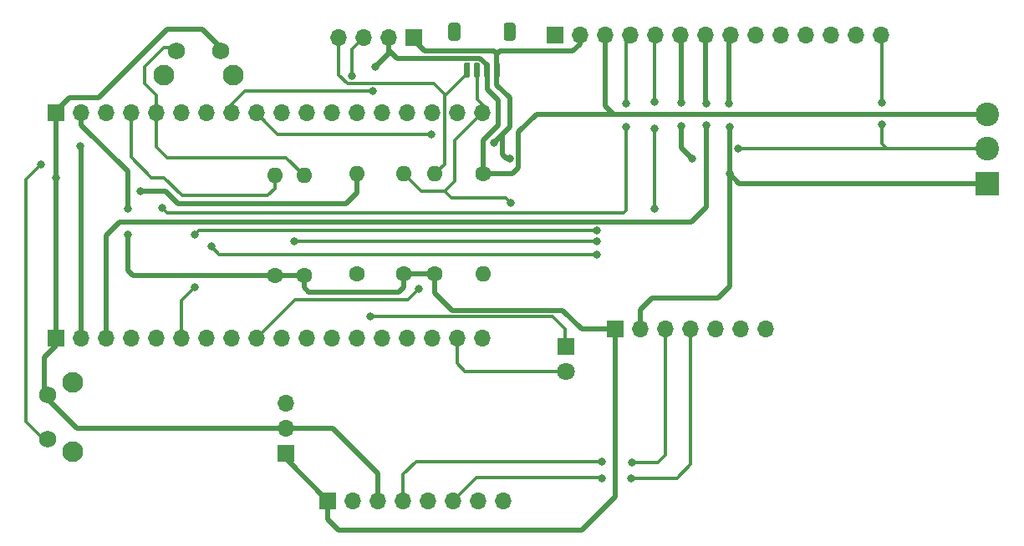
<source format=gbr>
%TF.GenerationSoftware,KiCad,Pcbnew,5.1.6-c6e7f7d~87~ubuntu18.04.1*%
%TF.CreationDate,2021-01-08T11:56:29-05:00*%
%TF.ProjectId,remote,72656d6f-7465-42e6-9b69-6361645f7063,rev?*%
%TF.SameCoordinates,Original*%
%TF.FileFunction,Copper,L1,Top*%
%TF.FilePolarity,Positive*%
%FSLAX46Y46*%
G04 Gerber Fmt 4.6, Leading zero omitted, Abs format (unit mm)*
G04 Created by KiCad (PCBNEW 5.1.6-c6e7f7d~87~ubuntu18.04.1) date 2021-01-08 11:56:29*
%MOMM*%
%LPD*%
G01*
G04 APERTURE LIST*
%TA.AperFunction,ComponentPad*%
%ADD10C,2.400000*%
%TD*%
%TA.AperFunction,ComponentPad*%
%ADD11R,2.400000X2.400000*%
%TD*%
%TA.AperFunction,ComponentPad*%
%ADD12O,1.600000X1.600000*%
%TD*%
%TA.AperFunction,ComponentPad*%
%ADD13C,1.600000*%
%TD*%
%TA.AperFunction,ComponentPad*%
%ADD14R,1.700000X1.700000*%
%TD*%
%TA.AperFunction,ComponentPad*%
%ADD15O,1.700000X1.700000*%
%TD*%
%TA.AperFunction,ComponentPad*%
%ADD16C,2.100000*%
%TD*%
%TA.AperFunction,ComponentPad*%
%ADD17C,1.750000*%
%TD*%
%TA.AperFunction,ComponentPad*%
%ADD18C,1.800000*%
%TD*%
%TA.AperFunction,ComponentPad*%
%ADD19R,1.800000X1.800000*%
%TD*%
%TA.AperFunction,ViaPad*%
%ADD20C,0.800000*%
%TD*%
%TA.AperFunction,Conductor*%
%ADD21C,0.508000*%
%TD*%
%TA.AperFunction,Conductor*%
%ADD22C,0.304800*%
%TD*%
G04 APERTURE END LIST*
D10*
%TO.P,J6,3*%
%TO.N,+3V3*%
X188200000Y-70600000D03*
%TO.P,J6,2*%
%TO.N,23*%
X188200000Y-74100000D03*
D11*
%TO.P,J6,1*%
%TO.N,GND*%
X188200000Y-77600000D03*
%TD*%
D12*
%TO.P,R1,2*%
%TO.N,23*%
X137100000Y-86760000D03*
D13*
%TO.P,R1,1*%
%TO.N,+3V3*%
X137100000Y-76600000D03*
%TD*%
D14*
%TO.P,J8,1*%
%TO.N,GND*%
X130100000Y-62800000D03*
D15*
%TO.P,J8,2*%
%TO.N,+3V3*%
X127560000Y-62800000D03*
%TO.P,J8,3*%
%TO.N,SDA*%
X125020000Y-62800000D03*
%TO.P,J8,4*%
%TO.N,SCL*%
X122480000Y-62800000D03*
%TD*%
D14*
%TO.P,J3,1*%
%TO.N,5V*%
X144400000Y-62600000D03*
D15*
%TO.P,J3,2*%
%TO.N,GND*%
X146940000Y-62600000D03*
%TO.P,J3,3*%
%TO.N,+3V3*%
X149480000Y-62600000D03*
%TO.P,J3,4*%
%TO.N,RX*%
X152020000Y-62600000D03*
%TO.P,J3,5*%
%TO.N,TX*%
X154560000Y-62600000D03*
%TO.P,J3,6*%
%TO.N,GND*%
X157100000Y-62600000D03*
%TO.P,J3,7*%
%TO.N,VEXT*%
X159640000Y-62600000D03*
%TO.P,J3,8*%
%TO.N,GND*%
X162180000Y-62600000D03*
%TO.P,J3,9*%
%TO.N,34_ADC6_DIO2*%
X164720000Y-62600000D03*
%TO.P,J3,10*%
%TO.N,35_ADC7_DIO1*%
X167260000Y-62600000D03*
%TO.P,J3,11*%
%TO.N,38_A2*%
X169800000Y-62600000D03*
%TO.P,J3,12*%
%TO.N,39_A3*%
X172340000Y-62600000D03*
%TO.P,J3,13*%
%TO.N,17*%
X174880000Y-62600000D03*
%TO.P,J3,14*%
%TO.N,23*%
X177420000Y-62600000D03*
%TD*%
D14*
%TO.P,J2,1*%
%TO.N,GND*%
X93828000Y-70452000D03*
D15*
%TO.P,J2,2*%
%TO.N,+3V3*%
X96368000Y-70452000D03*
%TO.P,J2,3*%
%TO.N,N/C*%
X98908000Y-70452000D03*
%TO.P,J2,4*%
%TO.N,36_A0*%
X101448000Y-70452000D03*
%TO.P,J2,5*%
%TO.N,37_A1*%
X103988000Y-70452000D03*
%TO.P,J2,6*%
%TO.N,38_A2*%
X106528000Y-70452000D03*
%TO.P,J2,7*%
%TO.N,39_A3*%
X109068000Y-70452000D03*
%TO.P,J2,8*%
%TO.N,34_ADC6_DIO2*%
X111608000Y-70452000D03*
%TO.P,J2,9*%
%TO.N,35_ADC7_DIO1*%
X114148000Y-70452000D03*
%TO.P,J2,10*%
%TO.N,N/C*%
X116688000Y-70452000D03*
%TO.P,J2,11*%
X119228000Y-70452000D03*
%TO.P,J2,12*%
X121768000Y-70452000D03*
%TO.P,J2,13*%
X124308000Y-70452000D03*
%TO.P,J2,14*%
X126848000Y-70452000D03*
%TO.P,J2,15*%
X129388000Y-70452000D03*
%TO.P,J2,16*%
X131928000Y-70452000D03*
%TO.P,J2,17*%
X134468000Y-70452000D03*
%TO.P,J2,18*%
%TO.N,SDA*%
X137008000Y-70452000D03*
%TD*%
D16*
%TO.P,SW0,*%
%TO.N,*%
X95515000Y-97815000D03*
D17*
%TO.P,SW0,2*%
%TO.N,GND*%
X93025000Y-99075000D03*
%TO.P,SW0,1*%
%TO.N,36_A0*%
X93025000Y-103575000D03*
D16*
%TO.P,SW0,*%
%TO.N,*%
X95515000Y-104825000D03*
%TD*%
%TO.P,SW1,*%
%TO.N,*%
X104775000Y-66615000D03*
D17*
%TO.P,SW1,1*%
%TO.N,37_A1*%
X106025000Y-64125000D03*
%TO.P,SW1,2*%
%TO.N,GND*%
X110525000Y-64125000D03*
D16*
%TO.P,SW1,*%
%TO.N,*%
X111785000Y-66615000D03*
%TD*%
%TO.P,J5,1*%
%TO.N,GND*%
%TA.AperFunction,SMDPad,CuDef*%
G36*
G01*
X138800000Y-65475000D02*
X138800000Y-66725000D01*
G75*
G02*
X138650000Y-66875000I-150000J0D01*
G01*
X138350000Y-66875000D01*
G75*
G02*
X138200000Y-66725000I0J150000D01*
G01*
X138200000Y-65475000D01*
G75*
G02*
X138350000Y-65325000I150000J0D01*
G01*
X138650000Y-65325000D01*
G75*
G02*
X138800000Y-65475000I0J-150000D01*
G01*
G37*
%TD.AperFunction*%
%TO.P,J5,2*%
%TO.N,+3V3*%
%TA.AperFunction,SMDPad,CuDef*%
G36*
G01*
X137800000Y-65475000D02*
X137800000Y-66725000D01*
G75*
G02*
X137650000Y-66875000I-150000J0D01*
G01*
X137350000Y-66875000D01*
G75*
G02*
X137200000Y-66725000I0J150000D01*
G01*
X137200000Y-65475000D01*
G75*
G02*
X137350000Y-65325000I150000J0D01*
G01*
X137650000Y-65325000D01*
G75*
G02*
X137800000Y-65475000I0J-150000D01*
G01*
G37*
%TD.AperFunction*%
%TO.P,J5,3*%
%TO.N,SDA*%
%TA.AperFunction,SMDPad,CuDef*%
G36*
G01*
X136800000Y-65475000D02*
X136800000Y-66725000D01*
G75*
G02*
X136650000Y-66875000I-150000J0D01*
G01*
X136350000Y-66875000D01*
G75*
G02*
X136200000Y-66725000I0J150000D01*
G01*
X136200000Y-65475000D01*
G75*
G02*
X136350000Y-65325000I150000J0D01*
G01*
X136650000Y-65325000D01*
G75*
G02*
X136800000Y-65475000I0J-150000D01*
G01*
G37*
%TD.AperFunction*%
%TO.P,J5,4*%
%TO.N,SCL*%
%TA.AperFunction,SMDPad,CuDef*%
G36*
G01*
X135800000Y-65475000D02*
X135800000Y-66725000D01*
G75*
G02*
X135650000Y-66875000I-150000J0D01*
G01*
X135350000Y-66875000D01*
G75*
G02*
X135200000Y-66725000I0J150000D01*
G01*
X135200000Y-65475000D01*
G75*
G02*
X135350000Y-65325000I150000J0D01*
G01*
X135650000Y-65325000D01*
G75*
G02*
X135800000Y-65475000I0J-150000D01*
G01*
G37*
%TD.AperFunction*%
%TO.P,J5,MP*%
%TO.N,N/C*%
%TA.AperFunction,SMDPad,CuDef*%
G36*
G01*
X140400000Y-61574999D02*
X140400000Y-62875001D01*
G75*
G02*
X140150001Y-63125000I-249999J0D01*
G01*
X139449999Y-63125000D01*
G75*
G02*
X139200000Y-62875001I0J249999D01*
G01*
X139200000Y-61574999D01*
G75*
G02*
X139449999Y-61325000I249999J0D01*
G01*
X140150001Y-61325000D01*
G75*
G02*
X140400000Y-61574999I0J-249999D01*
G01*
G37*
%TD.AperFunction*%
%TA.AperFunction,SMDPad,CuDef*%
G36*
G01*
X134800000Y-61574999D02*
X134800000Y-62875001D01*
G75*
G02*
X134550001Y-63125000I-249999J0D01*
G01*
X133849999Y-63125000D01*
G75*
G02*
X133600000Y-62875001I0J249999D01*
G01*
X133600000Y-61574999D01*
G75*
G02*
X133849999Y-61325000I249999J0D01*
G01*
X134550001Y-61325000D01*
G75*
G02*
X134800000Y-61574999I0J-249999D01*
G01*
G37*
%TD.AperFunction*%
%TD*%
D12*
%TO.P,R4,2*%
%TO.N,GND*%
X124300000Y-76640000D03*
D13*
%TO.P,R4,1*%
%TO.N,Net-(D1-Pad1)*%
X124300000Y-86800000D03*
%TD*%
D18*
%TO.P,D1,2*%
%TO.N,17*%
X145500000Y-96640000D03*
D19*
%TO.P,D1,1*%
%TO.N,Net-(D1-Pad1)*%
X145500000Y-94100000D03*
%TD*%
D15*
%TO.P,J4,3*%
%TO.N,38_A2*%
X117102000Y-99870000D03*
%TO.P,J4,2*%
%TO.N,GND*%
X117102000Y-102410000D03*
D14*
%TO.P,J4,1*%
%TO.N,+3V3*%
X117102000Y-104950000D03*
%TD*%
%TO.P,J1,1*%
%TO.N,GND*%
X93828000Y-93312000D03*
D15*
%TO.P,J1,2*%
%TO.N,5V*%
X96368000Y-93312000D03*
%TO.P,J1,3*%
%TO.N,VEXT*%
X98908000Y-93312000D03*
%TO.P,J1,4*%
%TO.N,N/C*%
X101448000Y-93312000D03*
%TO.P,J1,5*%
%TO.N,RX*%
X103988000Y-93312000D03*
%TO.P,J1,6*%
%TO.N,TX*%
X106528000Y-93312000D03*
%TO.P,J1,7*%
%TO.N,N/C*%
X109068000Y-93312000D03*
%TO.P,J1,8*%
X111608000Y-93312000D03*
%TO.P,J1,9*%
%TO.N,SCL*%
X114148000Y-93312000D03*
%TO.P,J1,10*%
%TO.N,N/C*%
X116688000Y-93312000D03*
%TO.P,J1,11*%
%TO.N,23*%
X119228000Y-93312000D03*
%TO.P,J1,12*%
%TO.N,N/C*%
X121768000Y-93312000D03*
%TO.P,J1,13*%
X124308000Y-93312000D03*
%TO.P,J1,14*%
X126848000Y-93312000D03*
%TO.P,J1,15*%
X129388000Y-93312000D03*
%TO.P,J1,16*%
X131928000Y-93312000D03*
%TO.P,J1,17*%
%TO.N,17*%
X134468000Y-93312000D03*
%TO.P,J1,18*%
%TO.N,N/C*%
X137008000Y-93312000D03*
%TD*%
D13*
%TO.P,R5,1*%
%TO.N,+3V3*%
X118956000Y-86944000D03*
D12*
%TO.P,R5,2*%
%TO.N,37_A1*%
X118956000Y-76784000D03*
%TD*%
D13*
%TO.P,R6,1*%
%TO.N,+3V3*%
X116000000Y-86944000D03*
D12*
%TO.P,R6,2*%
%TO.N,36_A0*%
X116000000Y-76784000D03*
%TD*%
D15*
%TO.P,J11,8*%
%TO.N,N/C*%
X139186000Y-109788000D03*
%TO.P,J11,7*%
X136646000Y-109788000D03*
%TO.P,J11,6*%
%TO.N,SDA*%
X134106000Y-109788000D03*
%TO.P,J11,5*%
%TO.N,N/C*%
X131566000Y-109788000D03*
%TO.P,J11,4*%
%TO.N,SCL*%
X129026000Y-109788000D03*
%TO.P,J11,3*%
%TO.N,GND*%
X126486000Y-109788000D03*
%TO.P,J11,2*%
%TO.N,N/C*%
X123946000Y-109788000D03*
D14*
%TO.P,J11,1*%
%TO.N,+3V3*%
X121406000Y-109788000D03*
%TD*%
D15*
%TO.P,J9,7*%
%TO.N,N/C*%
X165728000Y-92396000D03*
%TO.P,J9,6*%
X163188000Y-92396000D03*
%TO.P,J9,5*%
X160648000Y-92396000D03*
%TO.P,J9,4*%
%TO.N,SDA*%
X158108000Y-92396000D03*
%TO.P,J9,3*%
%TO.N,SCL*%
X155568000Y-92396000D03*
%TO.P,J9,2*%
%TO.N,GND*%
X153028000Y-92396000D03*
D14*
%TO.P,J9,1*%
%TO.N,+3V3*%
X150488000Y-92396000D03*
%TD*%
D12*
%TO.P,R3,2*%
%TO.N,SDA*%
X129100000Y-76640000D03*
D13*
%TO.P,R3,1*%
%TO.N,+3V3*%
X129100000Y-86800000D03*
%TD*%
D12*
%TO.P,R2,2*%
%TO.N,SCL*%
X132200000Y-76640000D03*
D13*
%TO.P,R2,1*%
%TO.N,+3V3*%
X132200000Y-86800000D03*
%TD*%
D20*
%TO.N,+3V3*%
X101100000Y-82800000D03*
X101100000Y-80200000D03*
X126200000Y-65800000D03*
%TO.N,GND*%
X162050000Y-71900000D03*
X162000000Y-69500000D03*
X102400000Y-78400000D03*
X93828000Y-77072000D03*
X138200000Y-73500000D03*
X162050000Y-76650000D03*
X139800000Y-75100000D03*
X158300000Y-75100000D03*
X157200000Y-71800000D03*
X157200000Y-69400000D03*
%TO.N,SDA*%
X149175000Y-107475000D03*
X152125000Y-107475000D03*
X139900000Y-79600000D03*
X123800000Y-66700000D03*
%TO.N,SCL*%
X152200000Y-105900000D03*
X149100000Y-105800000D03*
X130600000Y-88300000D03*
%TO.N,TX*%
X107900000Y-88100000D03*
X148600000Y-82400000D03*
X154500000Y-80200000D03*
X154500000Y-72000000D03*
X154500000Y-69300000D03*
X107900000Y-82800000D03*
%TO.N,RX*%
X104600000Y-80100000D03*
X151600000Y-71900000D03*
X151600000Y-69500000D03*
%TO.N,38_A2*%
X148600000Y-83500000D03*
X118000000Y-83500000D03*
%TO.N,36_A0*%
X92300000Y-75700000D03*
%TO.N,Net-(D1-Pad1)*%
X125700000Y-91100000D03*
%TO.N,39_A3*%
X148600000Y-84800000D03*
X109600000Y-84000000D03*
%TO.N,5V*%
X96300000Y-73800000D03*
%TO.N,VEXT*%
X159700000Y-69500000D03*
X159700000Y-71700000D03*
%TO.N,23*%
X177500000Y-71600000D03*
X177500000Y-69400000D03*
X162904000Y-74100000D03*
%TO.N,34_ADC6_DIO2*%
X125900000Y-68252400D03*
%TO.N,35_ADC7_DIO1*%
X131900000Y-72600000D03*
%TD*%
D21*
%TO.N,+3V3*%
X117102000Y-105484000D02*
X121406000Y-109788000D01*
X117102000Y-104950000D02*
X117102000Y-105484000D01*
X150488000Y-92396000D02*
X147096000Y-92396000D01*
X147096000Y-92396000D02*
X145200000Y-90500000D01*
X145200000Y-90500000D02*
X134000000Y-90500000D01*
X132200000Y-88700000D02*
X132200000Y-86800000D01*
X134000000Y-90500000D02*
X132200000Y-88700000D01*
X129100000Y-86800000D02*
X132200000Y-86800000D01*
X149480000Y-69780000D02*
X149480000Y-62600000D01*
X150300000Y-70600000D02*
X149480000Y-69780000D01*
X118956000Y-86944000D02*
X116000000Y-86944000D01*
X150488000Y-109412000D02*
X150488000Y-92396000D01*
X122500000Y-112800000D02*
X147100000Y-112800000D01*
X121406000Y-109788000D02*
X121406000Y-111706000D01*
X147100000Y-112800000D02*
X150488000Y-109412000D01*
X121406000Y-111706000D02*
X122500000Y-112800000D01*
X129100000Y-86800000D02*
X129100000Y-88100000D01*
X129100000Y-88100000D02*
X128600000Y-88600000D01*
X128600000Y-88600000D02*
X119400000Y-88600000D01*
X118956000Y-88156000D02*
X118956000Y-86944000D01*
X119400000Y-88600000D02*
X118956000Y-88156000D01*
X116000000Y-86944000D02*
X101644000Y-86944000D01*
X101644000Y-86944000D02*
X101100000Y-86400000D01*
X101100000Y-86400000D02*
X101100000Y-82800000D01*
X101100000Y-80200000D02*
X101100000Y-76400000D01*
X96368000Y-71668000D02*
X96368000Y-70452000D01*
X101100000Y-76400000D02*
X96368000Y-71668000D01*
X137500000Y-68100000D02*
X138600000Y-69200000D01*
X138600000Y-69200000D02*
X138600000Y-71700000D01*
X137100000Y-73200000D02*
X137100000Y-76600000D01*
X138600000Y-71700000D02*
X137100000Y-73200000D01*
X127400000Y-62960000D02*
X127560000Y-62800000D01*
X150900000Y-70600000D02*
X142500000Y-70600000D01*
X150900000Y-70600000D02*
X150300000Y-70600000D01*
X188200000Y-70600000D02*
X150900000Y-70600000D01*
X142500000Y-70600000D02*
X140700000Y-72400000D01*
X140700000Y-72400000D02*
X140700000Y-76000000D01*
X140100000Y-76600000D02*
X137100000Y-76600000D01*
X140700000Y-76000000D02*
X140100000Y-76600000D01*
X128408010Y-64908010D02*
X127560000Y-64060000D01*
X127560000Y-64060000D02*
X127560000Y-62800000D01*
X136783010Y-64908010D02*
X128408010Y-64908010D01*
X137500000Y-65625000D02*
X136783010Y-64908010D01*
X127560000Y-64440000D02*
X126200000Y-65800000D01*
X127560000Y-62800000D02*
X127560000Y-64440000D01*
D22*
X137500000Y-66100000D02*
X137500000Y-66000000D01*
D21*
X137500000Y-66400000D02*
X137500000Y-66000000D01*
X137500000Y-66000000D02*
X137500000Y-65625000D01*
X137500000Y-66900000D02*
X137500000Y-68100000D01*
D22*
X137500000Y-66900000D02*
X137500000Y-66100000D01*
D21*
X137500000Y-66400000D02*
X137500000Y-66900000D01*
%TO.N,GND*%
X93828000Y-93312000D02*
X93828000Y-94072000D01*
X93828000Y-94072000D02*
X92648000Y-95252000D01*
X95938000Y-102410000D02*
X92648000Y-99120000D01*
X117102000Y-102410000D02*
X95938000Y-102410000D01*
X117102000Y-102410000D02*
X121910000Y-102410000D01*
X126486000Y-106986000D02*
X126486000Y-109788000D01*
X121910000Y-102410000D02*
X126486000Y-106986000D01*
X130100000Y-62800000D02*
X130100000Y-63100000D01*
X130100000Y-63100000D02*
X131200000Y-64200000D01*
X138200000Y-64200000D02*
X138500000Y-64500000D01*
X105100000Y-62000000D02*
X108700000Y-62000000D01*
X95200000Y-68900000D02*
X98200000Y-68900000D01*
X93828000Y-70452000D02*
X93828000Y-70272000D01*
X98200000Y-68900000D02*
X105100000Y-62000000D01*
X93828000Y-70272000D02*
X95200000Y-68900000D01*
X188200000Y-77600000D02*
X163000000Y-77600000D01*
X163000000Y-77600000D02*
X162050000Y-76650000D01*
X162050000Y-76650000D02*
X162050000Y-71900000D01*
X162000000Y-62780000D02*
X162180000Y-62600000D01*
X162000000Y-69500000D02*
X162000000Y-62780000D01*
X153028000Y-92396000D02*
X153028000Y-90372000D01*
X153028000Y-90372000D02*
X154200000Y-89200000D01*
X154200000Y-89200000D02*
X160900000Y-89200000D01*
X162050000Y-88050000D02*
X162050000Y-76650000D01*
X160900000Y-89200000D02*
X162050000Y-88050000D01*
X124300000Y-76640000D02*
X124300000Y-78600000D01*
X124300000Y-78600000D02*
X123200000Y-79700000D01*
X123200000Y-79700000D02*
X106200000Y-79700000D01*
X106200000Y-79700000D02*
X104900000Y-78400000D01*
X104900000Y-78400000D02*
X102400000Y-78400000D01*
X93828000Y-93312000D02*
X93828000Y-77072000D01*
X93828000Y-77072000D02*
X93828000Y-70452000D01*
X131200000Y-64200000D02*
X138200000Y-64200000D01*
X138500000Y-66400000D02*
X138500000Y-67600000D01*
X138500000Y-67600000D02*
X139800000Y-68900000D01*
X139800000Y-68900000D02*
X139800000Y-71900000D01*
X146940000Y-62600000D02*
X146940000Y-63460000D01*
X146940000Y-63460000D02*
X146200000Y-64200000D01*
X138800000Y-64200000D02*
X138500000Y-64500000D01*
X146200000Y-64200000D02*
X138800000Y-64200000D01*
X139800000Y-75100000D02*
X139500000Y-75100000D01*
X139050000Y-74650000D02*
X139050000Y-72650000D01*
X139500000Y-75100000D02*
X139050000Y-74650000D01*
X139800000Y-71900000D02*
X139050000Y-72650000D01*
X139050000Y-72650000D02*
X138200000Y-73500000D01*
X158300000Y-75100000D02*
X157200000Y-74000000D01*
X157200000Y-74000000D02*
X157200000Y-71800000D01*
X157200000Y-62700000D02*
X157100000Y-62600000D01*
X157200000Y-69400000D02*
X157200000Y-62700000D01*
D22*
X138500000Y-66100000D02*
X138500000Y-65900000D01*
D21*
X138500000Y-64500000D02*
X138500000Y-65900000D01*
X138500000Y-65900000D02*
X138500000Y-66400000D01*
X110525000Y-63825000D02*
X110162500Y-63462500D01*
X110525000Y-64125000D02*
X110525000Y-63825000D01*
X108700000Y-62000000D02*
X110162500Y-63462500D01*
X110162500Y-63462500D02*
X110500000Y-63800000D01*
X92648000Y-98698000D02*
X93025000Y-99075000D01*
X92648000Y-98152000D02*
X92648000Y-99120000D01*
X92648000Y-98152000D02*
X92648000Y-98698000D01*
X92648000Y-95252000D02*
X92648000Y-98152000D01*
D22*
%TO.N,SDA*%
X134106000Y-109788000D02*
X136444000Y-107450000D01*
X136444000Y-107450000D02*
X149150000Y-107450000D01*
X149150000Y-107450000D02*
X149175000Y-107475000D01*
X152125000Y-107475000D02*
X156725000Y-107475000D01*
X158108000Y-106092000D02*
X158108000Y-92396000D01*
X156725000Y-107475000D02*
X158108000Y-106092000D01*
X137008000Y-70452000D02*
X137008000Y-69608000D01*
X137008000Y-69608000D02*
X136500000Y-69100000D01*
X129100000Y-76640000D02*
X130860000Y-78400000D01*
X130860000Y-78400000D02*
X133200000Y-78400000D01*
X133200000Y-78400000D02*
X134200000Y-77400000D01*
X134200000Y-73260000D02*
X137008000Y-70452000D01*
X134200000Y-77400000D02*
X134200000Y-73260000D01*
X139900000Y-79600000D02*
X139400000Y-79100000D01*
X133900000Y-79100000D02*
X133200000Y-78400000D01*
X139400000Y-79100000D02*
X133900000Y-79100000D01*
X123800000Y-64020000D02*
X125020000Y-62800000D01*
X123800000Y-66700000D02*
X123800000Y-64020000D01*
X136500000Y-66100000D02*
X136500000Y-66800000D01*
X136500000Y-69100000D02*
X136500000Y-66800000D01*
X136500000Y-66800000D02*
X136500000Y-66400000D01*
%TO.N,SCL*%
X155568000Y-92396000D02*
X155568000Y-105132000D01*
X155568000Y-105132000D02*
X154800000Y-105900000D01*
X154800000Y-105900000D02*
X152200000Y-105900000D01*
X149100000Y-105800000D02*
X135200000Y-105800000D01*
X129026000Y-109788000D02*
X129026000Y-107074000D01*
X135200000Y-105800000D02*
X130300000Y-105800000D01*
X129026000Y-107074000D02*
X130300000Y-105800000D01*
X133200000Y-75640000D02*
X132200000Y-76640000D01*
X133200000Y-68700000D02*
X133200000Y-75640000D01*
X133200000Y-68700000D02*
X133200000Y-68600000D01*
X122480000Y-66580000D02*
X122480000Y-62800000D01*
X133200000Y-68600000D02*
X132100000Y-67500000D01*
X132100000Y-67500000D02*
X123400000Y-67500000D01*
X123400000Y-67500000D02*
X122480000Y-66580000D01*
X114148000Y-93312000D02*
X118060000Y-89400000D01*
X118060000Y-89400000D02*
X129500000Y-89400000D01*
X129500000Y-89400000D02*
X130600000Y-88300000D01*
X135500000Y-66100000D02*
X135500000Y-66400000D01*
X135500000Y-66400000D02*
X135300000Y-66600000D01*
X135300000Y-66600000D02*
X133200000Y-68700000D01*
%TO.N,TX*%
X106528000Y-93312000D02*
X106528000Y-89472000D01*
X106528000Y-89472000D02*
X107900000Y-88100000D01*
X107900000Y-82800000D02*
X108300000Y-82400000D01*
X154500000Y-80200000D02*
X154500000Y-72000000D01*
X154500000Y-62660000D02*
X154560000Y-62600000D01*
X154500000Y-69300000D02*
X154500000Y-62660000D01*
X148600000Y-82400000D02*
X108300000Y-82400000D01*
%TO.N,RX*%
X104600000Y-80100000D02*
X105100000Y-80600000D01*
X105100000Y-80600000D02*
X151300000Y-80600000D01*
X151300000Y-80600000D02*
X151600000Y-80300000D01*
X151600000Y-80300000D02*
X151600000Y-71900000D01*
X151600000Y-63020000D02*
X152020000Y-62600000D01*
X151600000Y-69500000D02*
X151600000Y-63020000D01*
%TO.N,38_A2*%
X148600000Y-83500000D02*
X118000000Y-83500000D01*
%TO.N,37_A1*%
X103988000Y-70452000D02*
X103988000Y-68688000D01*
X103988000Y-68688000D02*
X102800000Y-67500000D01*
X102800000Y-67500000D02*
X102800000Y-65800000D01*
X102800000Y-65800000D02*
X104800000Y-63800000D01*
X118956000Y-76784000D02*
X117172000Y-75000000D01*
X117172000Y-75000000D02*
X105100000Y-75000000D01*
X103988000Y-73888000D02*
X103988000Y-70452000D01*
X105100000Y-75000000D02*
X103988000Y-73888000D01*
X105700000Y-64125000D02*
X105375000Y-63800000D01*
X106025000Y-64125000D02*
X105700000Y-64125000D01*
X104800000Y-63800000D02*
X105375000Y-63800000D01*
X105375000Y-63800000D02*
X106000000Y-63800000D01*
%TO.N,36_A0*%
X90800000Y-101772000D02*
X90800000Y-90800000D01*
X90800000Y-90800000D02*
X90800000Y-77200000D01*
X90800000Y-77200000D02*
X92300000Y-75700000D01*
X116000000Y-76784000D02*
X116000000Y-78100000D01*
X116000000Y-78100000D02*
X115300000Y-78800000D01*
X115300000Y-78800000D02*
X106600000Y-78800000D01*
X106600000Y-78800000D02*
X104800000Y-77000000D01*
X104800000Y-77000000D02*
X103500000Y-77000000D01*
X101448000Y-74948000D02*
X101448000Y-70452000D01*
X103500000Y-77000000D02*
X101448000Y-74948000D01*
X93025000Y-103575000D02*
X92603000Y-103575000D01*
X92603000Y-103575000D02*
X92214000Y-103186000D01*
X92648000Y-103620000D02*
X92214000Y-103186000D01*
X92214000Y-103186000D02*
X90800000Y-101772000D01*
%TO.N,Net-(D1-Pad1)*%
X145400000Y-94000000D02*
X145500000Y-94100000D01*
X144106410Y-91106410D02*
X145400000Y-92400000D01*
X145400000Y-92400000D02*
X145400000Y-94000000D01*
X125700000Y-91100000D02*
X125706410Y-91106410D01*
X125706410Y-91106410D02*
X144106410Y-91106410D01*
%TO.N,39_A3*%
X110400000Y-84800000D02*
X109600000Y-84000000D01*
X110400000Y-84800000D02*
X148600000Y-84800000D01*
D21*
%TO.N,5V*%
X96368000Y-93312000D02*
X96368000Y-73868000D01*
X96368000Y-73868000D02*
X96300000Y-73800000D01*
%TO.N,VEXT*%
X159640000Y-62600000D02*
X159640000Y-69440000D01*
X159640000Y-69440000D02*
X159700000Y-69500000D01*
X159700000Y-72300000D02*
X159700000Y-71700000D01*
X159700000Y-80000000D02*
X159700000Y-72300000D01*
X100300000Y-81500000D02*
X158200000Y-81500000D01*
X98908000Y-93312000D02*
X98908000Y-82892000D01*
X158200000Y-81500000D02*
X159700000Y-80000000D01*
X98908000Y-82892000D02*
X100300000Y-81500000D01*
D22*
%TO.N,23*%
X178000000Y-74100000D02*
X177500000Y-73600000D01*
X177500000Y-73600000D02*
X177500000Y-71600000D01*
X177500000Y-62680000D02*
X177420000Y-62600000D01*
X177500000Y-69400000D02*
X177500000Y-62680000D01*
X178600000Y-74100000D02*
X162904000Y-74100000D01*
X178600000Y-74100000D02*
X178000000Y-74100000D01*
X188200000Y-74100000D02*
X178600000Y-74100000D01*
%TO.N,17*%
X135240000Y-96640000D02*
X145500000Y-96640000D01*
X134468000Y-93312000D02*
X134468000Y-95868000D01*
X134468000Y-95868000D02*
X135240000Y-96640000D01*
%TO.N,34_ADC6_DIO2*%
X125900000Y-68252400D02*
X112947600Y-68252400D01*
X111608000Y-69592000D02*
X111608000Y-70452000D01*
X112947600Y-68252400D02*
X111608000Y-69592000D01*
%TO.N,35_ADC7_DIO1*%
X114148000Y-70452000D02*
X115200000Y-71504000D01*
X115200000Y-71504000D02*
X116296000Y-72600000D01*
X116296000Y-72600000D02*
X131900000Y-72600000D01*
%TD*%
M02*

</source>
